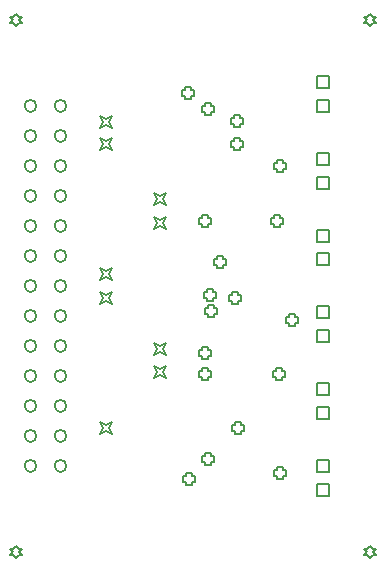
<source format=gbr>
G04*
G04 #@! TF.GenerationSoftware,Altium Limited,Altium Designer,24.10.1 (45)*
G04*
G04 Layer_Color=2752767*
%FSLAX44Y44*%
%MOMM*%
G71*
G04*
G04 #@! TF.SameCoordinates,13406729-6A9E-4D45-95CC-4102649AE279*
G04*
G04*
G04 #@! TF.FilePolarity,Positive*
G04*
G01*
G75*
%ADD12C,0.1270*%
%ADD50C,0.1693*%
D12*
X279920Y157420D02*
Y167580D01*
X290080D01*
Y157420D01*
X279920D01*
Y137420D02*
Y147580D01*
X290080D01*
Y137420D01*
X279920D01*
Y332420D02*
Y342580D01*
X290080D01*
Y332420D01*
X279920D01*
Y352420D02*
Y362580D01*
X290080D01*
Y352420D01*
X279920D01*
Y397420D02*
Y407580D01*
X290080D01*
Y397420D01*
X279920D01*
Y417420D02*
Y427580D01*
X290080D01*
Y417420D01*
X279920D01*
Y202420D02*
Y212580D01*
X290080D01*
Y202420D01*
X279920D01*
Y222420D02*
Y232580D01*
X290080D01*
Y222420D01*
X279920D01*
Y287420D02*
Y297580D01*
X290080D01*
Y287420D01*
X279920D01*
Y267420D02*
Y277580D01*
X290080D01*
Y267420D01*
X279920D01*
Y72420D02*
Y82580D01*
X290080D01*
Y72420D01*
X279920D01*
Y92420D02*
Y102580D01*
X290080D01*
Y92420D01*
X279920D01*
X25000Y469920D02*
X27540Y472460D01*
X30080D01*
X27540Y475000D01*
X30080Y477540D01*
X27540D01*
X25000Y480080D01*
X22460Y477540D01*
X19920D01*
X22460Y475000D01*
X19920Y472460D01*
X22460D01*
X25000Y469920D01*
X325000D02*
X327540Y472460D01*
X330080D01*
X327540Y475000D01*
X330080Y477540D01*
X327540D01*
X325000Y480080D01*
X322460Y477540D01*
X319920D01*
X322460Y475000D01*
X319920Y472460D01*
X322460D01*
X325000Y469920D01*
Y19920D02*
X327540Y22460D01*
X330080D01*
X327540Y25000D01*
X330080Y27540D01*
X327540D01*
X325000Y30080D01*
X322460Y27540D01*
X319920D01*
X322460Y25000D01*
X319920Y22460D01*
X322460D01*
X325000Y19920D01*
X25000D02*
X27540Y22460D01*
X30080D01*
X27540Y25000D01*
X30080Y27540D01*
X27540D01*
X25000Y30080D01*
X22460Y27540D01*
X19920D01*
X22460Y25000D01*
X19920Y22460D01*
X22460D01*
X25000Y19920D01*
X246380Y89250D02*
Y86710D01*
X251460D01*
Y89250D01*
X254000D01*
Y94330D01*
X251460D01*
Y96870D01*
X246380D01*
Y94330D01*
X243840D01*
Y89250D01*
X246380D01*
X168910Y83820D02*
Y81280D01*
X173990D01*
Y83820D01*
X176530D01*
Y88900D01*
X173990D01*
Y91440D01*
X168910D01*
Y88900D01*
X166370D01*
Y83820D01*
X168910D01*
X184960Y101210D02*
Y98670D01*
X190040D01*
Y101210D01*
X192580D01*
Y106290D01*
X190040D01*
Y108830D01*
X184960D01*
Y106290D01*
X182420D01*
Y101210D01*
X184960D01*
X187960Y226060D02*
Y223520D01*
X193040D01*
Y226060D01*
X195580D01*
Y231140D01*
X193040D01*
Y233680D01*
X187960D01*
Y231140D01*
X185420D01*
Y226060D01*
X187960D01*
X186690Y240030D02*
Y237490D01*
X191770D01*
Y240030D01*
X194310D01*
Y245110D01*
X191770D01*
Y247650D01*
X186690D01*
Y245110D01*
X184150D01*
Y240030D01*
X186690D01*
X208280Y237490D02*
Y234950D01*
X213360D01*
Y237490D01*
X215900D01*
Y242570D01*
X213360D01*
Y245110D01*
X208280D01*
Y242570D01*
X205740D01*
Y237490D01*
X208280D01*
X195560Y267970D02*
Y265430D01*
X200640D01*
Y267970D01*
X203180D01*
Y273050D01*
X200640D01*
Y275590D01*
X195560D01*
Y273050D01*
X193020D01*
Y267970D01*
X195560D01*
X209550Y367710D02*
Y365170D01*
X214630D01*
Y367710D01*
X217170D01*
Y372790D01*
X214630D01*
Y375330D01*
X209550D01*
Y372790D01*
X207010D01*
Y367710D01*
X209550D01*
Y387210D02*
Y384670D01*
X214630D01*
Y387210D01*
X217170D01*
Y392290D01*
X214630D01*
Y394830D01*
X209550D01*
Y392290D01*
X207010D01*
Y387210D01*
X209550D01*
X185420Y397510D02*
Y394970D01*
X190500D01*
Y397510D01*
X193040D01*
Y402590D01*
X190500D01*
Y405130D01*
X185420D01*
Y402590D01*
X182880D01*
Y397510D01*
X185420D01*
X210820Y127210D02*
Y124670D01*
X215900D01*
Y127210D01*
X218440D01*
Y132290D01*
X215900D01*
Y134830D01*
X210820D01*
Y132290D01*
X208280D01*
Y127210D01*
X210820D01*
X96510Y235060D02*
X99050Y240140D01*
X96510Y245220D01*
X101590Y242680D01*
X106670Y245220D01*
X104130Y240140D01*
X106670Y235060D01*
X101590Y237600D01*
X96510Y235060D01*
X245110Y172720D02*
Y170180D01*
X250190D01*
Y172720D01*
X252730D01*
Y177800D01*
X250190D01*
Y180340D01*
X245110D01*
Y177800D01*
X242570D01*
Y172720D01*
X245110D01*
X182860D02*
Y170180D01*
X187940D01*
Y172720D01*
X190480D01*
Y177800D01*
X187940D01*
Y180340D01*
X182860D01*
Y177800D01*
X180320D01*
Y172720D01*
X182860D01*
X243840Y302260D02*
Y299720D01*
X248920D01*
Y302260D01*
X251460D01*
Y307340D01*
X248920D01*
Y309880D01*
X243840D01*
Y307340D01*
X241300D01*
Y302260D01*
X243840D01*
X182860Y190520D02*
Y187980D01*
X187940D01*
Y190520D01*
X190480D01*
Y195600D01*
X187940D01*
Y198140D01*
X182860D01*
Y195600D01*
X180320D01*
Y190520D01*
X182860D01*
X182880Y302140D02*
Y299600D01*
X187960D01*
Y302140D01*
X190500D01*
Y307220D01*
X187960D01*
Y309760D01*
X182880D01*
Y307220D01*
X180340D01*
Y302140D01*
X182880D01*
X256540Y218440D02*
Y215900D01*
X261620D01*
Y218440D01*
X264160D01*
Y223520D01*
X261620D01*
Y226060D01*
X256540D01*
Y223520D01*
X254000D01*
Y218440D01*
X256540D01*
X246380Y349250D02*
Y346710D01*
X251460D01*
Y349250D01*
X254000D01*
Y354330D01*
X251460D01*
Y356870D01*
X246380D01*
Y354330D01*
X243840D01*
Y349250D01*
X246380D01*
X96530Y383286D02*
X99070Y388366D01*
X96530Y393446D01*
X101610Y390906D01*
X106690Y393446D01*
X104150Y388366D01*
X106690Y383286D01*
X101610Y385826D01*
X96530Y383286D01*
X96510Y364920D02*
X99050Y370000D01*
X96510Y375080D01*
X101590Y372540D01*
X106670Y375080D01*
X104130Y370000D01*
X106670Y364920D01*
X101590Y367460D01*
X96510Y364920D01*
X168460Y410960D02*
Y408420D01*
X173540D01*
Y410960D01*
X176080D01*
Y416040D01*
X173540D01*
Y418580D01*
X168460D01*
Y416040D01*
X165920D01*
Y410960D01*
X168460D01*
X96530Y124920D02*
X99070Y130000D01*
X96530Y135080D01*
X101610Y132540D01*
X106690Y135080D01*
X104150Y130000D01*
X106690Y124920D01*
X101610Y127460D01*
X96530Y124920D01*
X142220Y171770D02*
X144760Y176850D01*
X142220Y181930D01*
X147300Y179390D01*
X152380Y181930D01*
X149840Y176850D01*
X152380Y171770D01*
X147300Y174310D01*
X142220Y171770D01*
X142240Y191770D02*
X144780Y196850D01*
X142240Y201930D01*
X147320Y199390D01*
X152400Y201930D01*
X149860Y196850D01*
X152400Y191770D01*
X147320Y194310D01*
X142240Y191770D01*
X96530Y254920D02*
X99070Y260000D01*
X96530Y265080D01*
X101610Y262540D01*
X106690Y265080D01*
X104150Y260000D01*
X106690Y254920D01*
X101610Y257460D01*
X96530Y254920D01*
X142210Y298410D02*
X144750Y303490D01*
X142210Y308570D01*
X147290Y306030D01*
X152370Y308570D01*
X149830Y303490D01*
X152370Y298410D01*
X147290Y300950D01*
X142210Y298410D01*
X142230Y318760D02*
X144770Y323840D01*
X142230Y328920D01*
X147310Y326380D01*
X152390Y328920D01*
X149850Y323840D01*
X152390Y318760D01*
X147310Y321300D01*
X142230Y318760D01*
D50*
X67780Y377000D02*
G03*
X67780Y377000I-5080J0D01*
G01*
X67780Y402400D02*
G03*
X67780Y402400I-5080J0D01*
G01*
X67780Y199200D02*
G03*
X67780Y199200I-5080J0D01*
G01*
X42380Y199200D02*
G03*
X42380Y199200I-5080J0D01*
G01*
Y173800D02*
G03*
X42380Y173800I-5080J0D01*
G01*
X67780D02*
G03*
X67780Y173800I-5080J0D01*
G01*
Y224600D02*
G03*
X67780Y224600I-5080J0D01*
G01*
X42380D02*
G03*
X42380Y224600I-5080J0D01*
G01*
X67780Y351600D02*
G03*
X67780Y351600I-5080J0D01*
G01*
X42380Y326200D02*
G03*
X42380Y326200I-5080J0D01*
G01*
Y377000D02*
G03*
X42380Y377000I-5080J0D01*
G01*
Y402400D02*
G03*
X42380Y402400I-5080J0D01*
G01*
Y275400D02*
G03*
X42380Y275400I-5080J0D01*
G01*
X42380Y250000D02*
G03*
X42380Y250000I-5080J0D01*
G01*
X42380Y351600D02*
G03*
X42380Y351600I-5080J0D01*
G01*
Y300800D02*
G03*
X42380Y300800I-5080J0D01*
G01*
X67780Y300800D02*
G03*
X67780Y300800I-5080J0D01*
G01*
Y250000D02*
G03*
X67780Y250000I-5080J0D01*
G01*
Y275400D02*
G03*
X67780Y275400I-5080J0D01*
G01*
X67780Y326200D02*
G03*
X67780Y326200I-5080J0D01*
G01*
X42380Y148400D02*
G03*
X42380Y148400I-5080J0D01*
G01*
X67780Y148400D02*
G03*
X67780Y148400I-5080J0D01*
G01*
Y97600D02*
G03*
X67780Y97600I-5080J0D01*
G01*
X42380D02*
G03*
X42380Y97600I-5080J0D01*
G01*
Y123000D02*
G03*
X42380Y123000I-5080J0D01*
G01*
X67780Y123000D02*
G03*
X67780Y123000I-5080J0D01*
G01*
M02*

</source>
